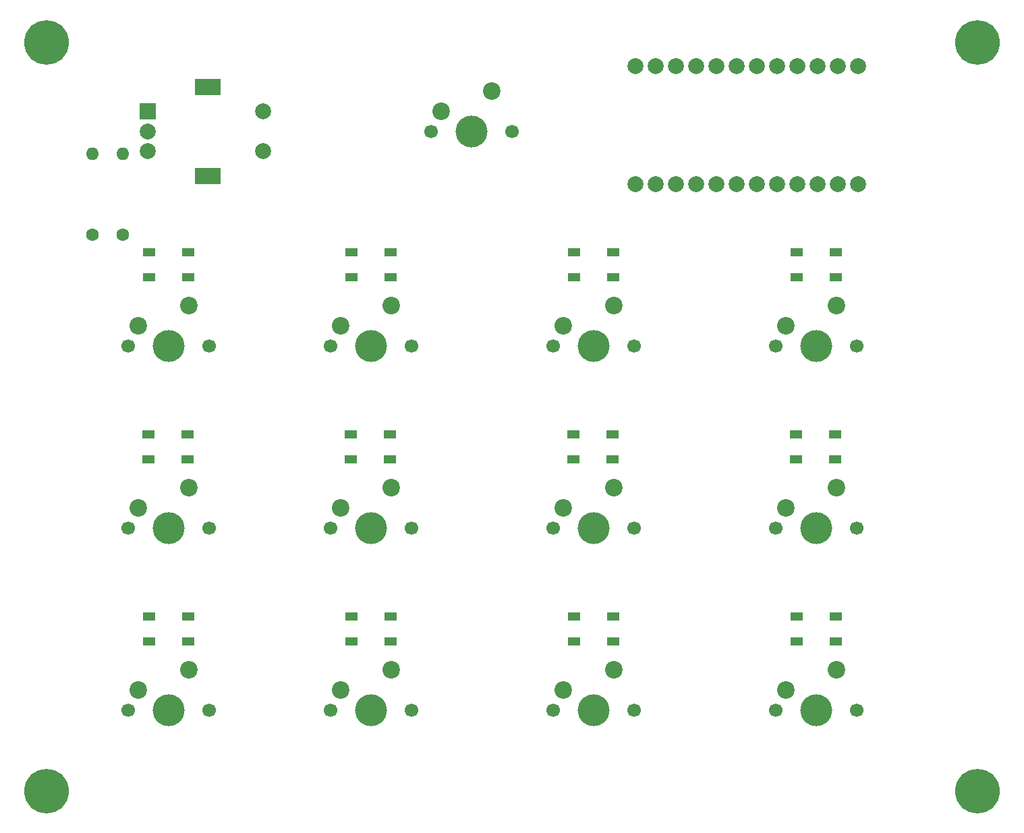
<source format=gbr>
%TF.GenerationSoftware,KiCad,Pcbnew,(6.0.0)*%
%TF.CreationDate,2022-02-22T09:03:56+01:00*%
%TF.ProjectId,hotkeyboard,686f746b-6579-4626-9f61-72642e6b6963,rev?*%
%TF.SameCoordinates,Original*%
%TF.FileFunction,Soldermask,Top*%
%TF.FilePolarity,Negative*%
%FSLAX46Y46*%
G04 Gerber Fmt 4.6, Leading zero omitted, Abs format (unit mm)*
G04 Created by KiCad (PCBNEW (6.0.0)) date 2022-02-22 09:03:56*
%MOMM*%
%LPD*%
G01*
G04 APERTURE LIST*
%ADD10C,5.600000*%
%ADD11C,1.700000*%
%ADD12C,4.000000*%
%ADD13C,2.200000*%
%ADD14R,1.500000X1.000000*%
%ADD15C,2.000000*%
%ADD16C,1.600000*%
%ADD17O,1.600000X1.600000*%
%ADD18R,2.000000X2.000000*%
%ADD19R,3.200000X2.000000*%
G04 APERTURE END LIST*
D10*
%TO.C,REF\u002A\u002A*%
X162560000Y-27940000D03*
%TD*%
%TO.C,*%
X162560000Y-27940000D03*
%TD*%
D11*
%TO.C,*%
X55970000Y-111760000D03*
D12*
X61050000Y-111760000D03*
D11*
X66130000Y-111760000D03*
D13*
X63590000Y-106680000D03*
X57240000Y-109220000D03*
%TD*%
D14*
%TO.C,D5*%
X139790000Y-77140000D03*
X139790000Y-80340000D03*
X144690000Y-80340000D03*
X144690000Y-77140000D03*
%TD*%
D11*
%TO.C,*%
X119470000Y-66040000D03*
D12*
X114390000Y-66040000D03*
D11*
X109310000Y-66040000D03*
D13*
X116930000Y-60960000D03*
X110580000Y-63500000D03*
%TD*%
D14*
%TO.C,D3*%
X116840000Y-57480000D03*
X116840000Y-54280000D03*
X111940000Y-54280000D03*
X111940000Y-57480000D03*
%TD*%
D10*
%TO.C,*%
X162560000Y-27940000D03*
%TD*%
D14*
%TO.C,D9*%
X63500000Y-103200000D03*
X63500000Y-100000000D03*
X58600000Y-100000000D03*
X58600000Y-103200000D03*
%TD*%
%TO.C,D1*%
X63500000Y-57480000D03*
X63500000Y-54280000D03*
X58600000Y-54280000D03*
X58600000Y-57480000D03*
%TD*%
%TO.C,D4*%
X144780000Y-57480000D03*
X144780000Y-54280000D03*
X139880000Y-54280000D03*
X139880000Y-57480000D03*
%TD*%
D15*
%TO.C,U1*%
X147515000Y-30945000D03*
X144975000Y-30945000D03*
X137355000Y-30945000D03*
X134815000Y-30945000D03*
X132275000Y-30945000D03*
X129735000Y-30945000D03*
X127195000Y-30945000D03*
X124655000Y-30945000D03*
X122115000Y-30945000D03*
X119575000Y-30945000D03*
X119575000Y-45795000D03*
X124655000Y-45795000D03*
X127195000Y-45795000D03*
X122115000Y-45795000D03*
X129735000Y-45795000D03*
X132275000Y-45795000D03*
X134815000Y-45795000D03*
X137355000Y-45795000D03*
X144975000Y-45795000D03*
X139895000Y-30945000D03*
X142435000Y-30945000D03*
X147515000Y-45795000D03*
X142435000Y-45795000D03*
X139895000Y-45795000D03*
%TD*%
D12*
%TO.C,*%
X61050000Y-88900000D03*
D11*
X66130000Y-88900000D03*
X55970000Y-88900000D03*
D13*
X63590000Y-83820000D03*
X57240000Y-86360000D03*
%TD*%
D11*
%TO.C,SW2*%
X93980000Y-39135000D03*
D12*
X99060000Y-39135000D03*
D11*
X104140000Y-39135000D03*
D13*
X101600000Y-34055000D03*
X95250000Y-36595000D03*
%TD*%
D11*
%TO.C,*%
X137250000Y-88900000D03*
X147410000Y-88900000D03*
D12*
X142330000Y-88900000D03*
D13*
X144870000Y-83820000D03*
X138520000Y-86360000D03*
%TD*%
D10*
%TO.C,REF\u002A\u002A*%
X45720000Y-27940000D03*
%TD*%
D12*
%TO.C,*%
X61050000Y-66040000D03*
D11*
X55970000Y-66040000D03*
X66130000Y-66040000D03*
D13*
X63590000Y-60960000D03*
X57240000Y-63500000D03*
%TD*%
D16*
%TO.C,R1*%
X55245000Y-52070000D03*
D17*
X55245000Y-41910000D03*
%TD*%
D16*
%TO.C,R2*%
X51435000Y-52070000D03*
D17*
X51435000Y-41910000D03*
%TD*%
D14*
%TO.C,D8*%
X58510000Y-77140000D03*
X58510000Y-80340000D03*
X63410000Y-80340000D03*
X63410000Y-77140000D03*
%TD*%
D11*
%TO.C,*%
X119470000Y-88900000D03*
D12*
X114390000Y-88900000D03*
D11*
X109310000Y-88900000D03*
D13*
X116930000Y-83820000D03*
X110580000Y-86360000D03*
%TD*%
D12*
%TO.C,*%
X86450000Y-66040000D03*
D11*
X81370000Y-66040000D03*
X91530000Y-66040000D03*
D13*
X88990000Y-60960000D03*
X82640000Y-63500000D03*
%TD*%
D14*
%TO.C,D11*%
X116840000Y-103200000D03*
X116840000Y-100000000D03*
X111940000Y-100000000D03*
X111940000Y-103200000D03*
%TD*%
%TO.C,D2*%
X88900000Y-57480000D03*
X88900000Y-54280000D03*
X84000000Y-54280000D03*
X84000000Y-57480000D03*
%TD*%
%TO.C,D12*%
X144780000Y-103200000D03*
X144780000Y-100000000D03*
X139880000Y-100000000D03*
X139880000Y-103200000D03*
%TD*%
D12*
%TO.C,*%
X86450000Y-111760000D03*
D11*
X91530000Y-111760000D03*
X81370000Y-111760000D03*
D13*
X88990000Y-106680000D03*
X82640000Y-109220000D03*
%TD*%
D12*
%TO.C,*%
X142330000Y-111760000D03*
D11*
X137250000Y-111760000D03*
X147410000Y-111760000D03*
D13*
X144870000Y-106680000D03*
X138520000Y-109220000D03*
%TD*%
D18*
%TO.C,SW1*%
X58420000Y-36635000D03*
D15*
X58420000Y-41635000D03*
X58420000Y-39135000D03*
D19*
X65920000Y-44735000D03*
X65920000Y-33535000D03*
D15*
X72920000Y-41635000D03*
X72920000Y-36635000D03*
%TD*%
D14*
%TO.C,D10*%
X88900000Y-103200000D03*
X88900000Y-100000000D03*
X84000000Y-100000000D03*
X84000000Y-103200000D03*
%TD*%
%TO.C,D6*%
X111850000Y-77140000D03*
X111850000Y-80340000D03*
X116750000Y-80340000D03*
X116750000Y-77140000D03*
%TD*%
D10*
%TO.C,REF\u002A\u002A*%
X45720000Y-121920000D03*
%TD*%
D12*
%TO.C,*%
X142330000Y-66040000D03*
D11*
X147410000Y-66040000D03*
X137250000Y-66040000D03*
D13*
X144870000Y-60960000D03*
X138520000Y-63500000D03*
%TD*%
D12*
%TO.C,*%
X114390000Y-111760000D03*
D11*
X109310000Y-111760000D03*
X119470000Y-111760000D03*
D13*
X116930000Y-106680000D03*
X110580000Y-109220000D03*
%TD*%
D11*
%TO.C,*%
X91530000Y-88900000D03*
D12*
X86450000Y-88900000D03*
D11*
X81370000Y-88900000D03*
D13*
X88990000Y-83820000D03*
X82640000Y-86360000D03*
%TD*%
D14*
%TO.C,D7*%
X83910000Y-77140000D03*
X83910000Y-80340000D03*
X88810000Y-80340000D03*
X88810000Y-77140000D03*
%TD*%
D10*
%TO.C,REF\u002A\u002A*%
X162560000Y-121920000D03*
%TD*%
M02*

</source>
